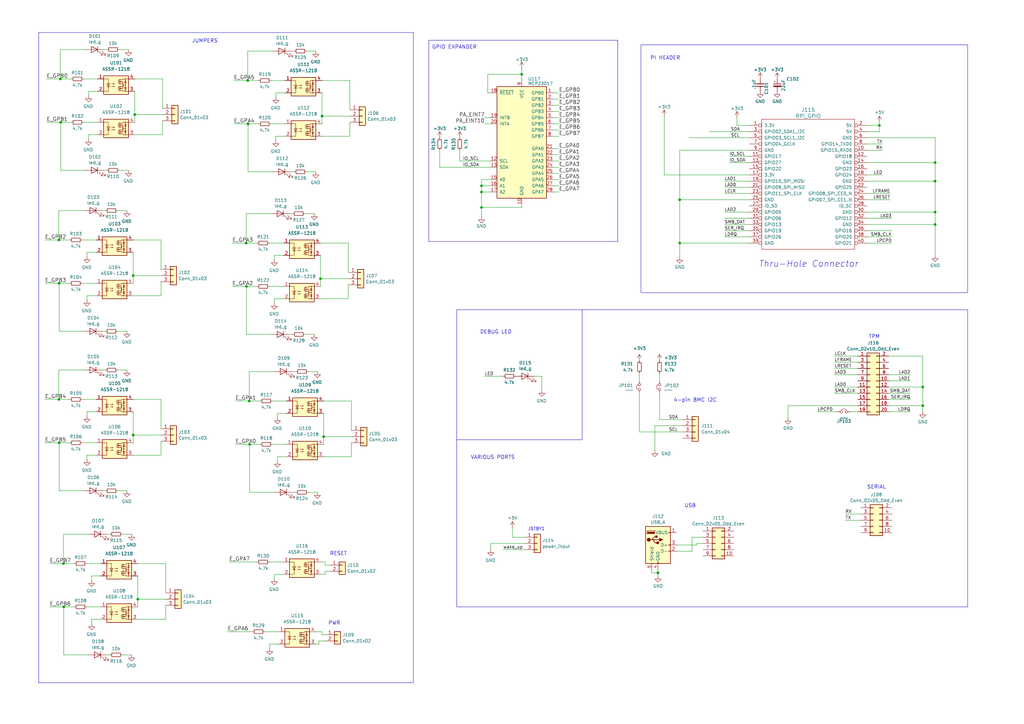
<source format=kicad_sch>
(kicad_sch (version 20230121) (generator eeschema)
  (paper "A3")
  (title_block (title "MoBoControl Board") (date "2024-03-30") (rev "Rev 1.0") (comment 1 "https://www.supermicro.com/manuals/motherboard/C236/MNL-1778.pdf"))
  (junction (at 213.995 30.48))
  (junction (at 269.875 234.95))
  (junction (at 132.715 179.07))
  (junction (at 101.727 50.8))
  (junction (at 24.765 32.385))
  (junction (at 360.68 51.435))
  (junction (at 101.6 33.02))
  (junction (at 383.54 86.995))
  (junction (at 24.13 98.425))
  (junction (at 378.46 166.37))
  (junction (at 55.245 46.99))
  (junction (at 278.765 99.695))
  (junction (at 378.46 158.75))
  (junction (at 24.13 163.83))
  (junction (at 102.235 164.465))
  (junction (at 24.257 181.61))
  (junction (at 24.257 116.205))
  (junction (at 278.765 81.915))
  (junction (at 383.54 66.675))
  (junction (at 102.362 182.245))
  (junction (at 26.162 248.92))
  (junction (at 197.485 85.09))
  (junction (at 54.61 113.03))
  (junction (at 100.965 99.695))
  (junction (at 197.485 76.2))
  (junction (at 383.54 92.075))
  (junction (at 56.515 245.745))
  (junction (at 24.892 50.165))
  (junction (at 197.485 78.74))
  (junction (at 54.61 178.435))
  (junction (at 132.08 47.625))
  (junction (at 26.035 231.14))
  (junction (at 383.54 74.295))
  (junction (at 101.092 117.475))
  (junction (at 131.445 114.3))
  (wire (pts (xy 297.18 74.295) (xy 307.34 74.295)))
  (wire (pts (xy 50.165 219.075) (xy 53.975 219.075)))
  (wire (pts (xy 197.485 85.09) (xy 197.485 88.9)))
  (wire (pts (xy 210.185 220.345) (xy 210.185 216.535)))
  (wire (pts (xy 112.522 235.585) (xy 116.205 235.585)))
  (wire (pts (xy 133.35 231.775) (xy 135.255 231.775)))
  (wire (pts (xy 201.295 225.425) (xy 201.295 222.885)))
  (wire (pts (xy 101.092 87.63) (xy 111.125 87.63)))
  (wire (pts (xy 110.49 99.695) (xy 116.205 99.695)))
  (wire (pts (xy 41.91 135.89) (xy 43.18 135.89)))
  (wire (pts (xy 355.6 74.295) (xy 383.54 74.295)))
  (wire (pts (xy 48.26 201.295) (xy 52.07 201.295)))
  (wire (pts (xy 126.365 152.4) (xy 130.175 152.4)))
  (wire (pts (xy 37.592 255.778) (xy 37.592 254)))
  (wire (pts (xy 307.34 51.435) (xy 302.26 51.435)))
  (wire (pts (xy 110.49 230.505) (xy 116.205 230.505)))
  (wire (pts (xy 355.6 53.975) (xy 360.68 53.975)))
  (wire (pts (xy 269.875 233.68) (xy 269.875 234.95)))
  (wire (pts (xy 383.54 86.995) (xy 383.54 92.075)))
  (wire (pts (xy 112.522 237.363) (xy 112.522 235.585)))
  (wire (pts (xy 355.6 81.915) (xy 365.125 81.915)))
  (wire (pts (xy 102.362 182.245) (xy 106.68 182.245)))
  (wire (pts (xy 360.68 51.435) (xy 360.68 50.165)))
  (wire (pts (xy 48.26 151.765) (xy 52.07 151.765)))
  (wire (pts (xy 307.34 61.595) (xy 278.765 61.595)))
  (wire (pts (xy 355.6 97.155) (xy 365.76 97.155)))
  (wire (pts (xy 54.61 113.03) (xy 54.61 116.205)))
  (wire (pts (xy 43.815 219.075) (xy 45.085 219.075)))
  (wire (pts (xy 297.18 94.615) (xy 307.34 94.615)))
  (wire (pts (xy 132.08 38.1) (xy 132.08 47.625)))
  (wire (pts (xy 24.257 181.61) (xy 24.257 201.295)))
  (wire (pts (xy 113.157 38.1) (xy 116.84 38.1)))
  (wire (pts (xy 290.83 53.975) (xy 307.34 53.975)))
  (wire (pts (xy 133.35 234.315) (xy 133.35 235.585)))
  (wire (pts (xy 54.61 178.435) (xy 66.04 178.435)))
  (wire (pts (xy 55.245 55.245) (xy 66.675 55.245)))
  (wire (pts (xy 19.05 32.385) (xy 24.765 32.385)))
  (wire (pts (xy 20.32 231.14) (xy 26.035 231.14)))
  (polyline (pts (xy 253.365 99.06) (xy 253.365 16.51)))
  (wire (pts (xy 35.687 123.063) (xy 35.687 121.285)))
  (wire (pts (xy 262.255 156.21) (xy 262.255 153.035)))
  (wire (pts (xy 262.255 177.165) (xy 280.035 177.165)))
  (wire (pts (xy 42.545 20.32) (xy 43.815 20.32)))
  (wire (pts (xy 95.885 50.8) (xy 101.727 50.8)))
  (wire (pts (xy 125.73 70.485) (xy 129.54 70.485)))
  (wire (pts (xy 24.13 98.425) (xy 28.575 98.425)))
  (wire (pts (xy 113.157 55.88) (xy 116.84 55.88)))
  (wire (pts (xy 364.49 153.67) (xy 373.38 153.67)))
  (wire (pts (xy 197.485 76.2) (xy 197.485 78.74)))
  (wire (pts (xy 26.162 268.605) (xy 36.195 268.605)))
  (wire (pts (xy 131.445 230.505) (xy 133.35 230.505)))
  (wire (pts (xy 36.322 57.023) (xy 36.322 55.245)))
  (wire (pts (xy 143.51 33.02) (xy 143.51 45.085)))
  (wire (pts (xy 24.892 50.165) (xy 24.892 69.85)))
  (wire (pts (xy 132.08 47.625) (xy 132.08 50.8)))
  (wire (pts (xy 54.61 113.03) (xy 66.04 113.03)))
  (wire (pts (xy 54.61 178.435) (xy 54.61 181.61)))
  (wire (pts (xy 19.05 50.165) (xy 24.892 50.165)))
  (wire (pts (xy 206.375 225.425) (xy 215.265 225.425)))
  (wire (pts (xy 101.092 137.16) (xy 111.125 137.16)))
  (wire (pts (xy 34.29 50.165) (xy 40.005 50.165)))
  (wire (pts (xy 48.895 20.32) (xy 52.705 20.32)))
  (wire (pts (xy 277.495 226.06) (xy 283.845 226.06)))
  (wire (pts (xy 133.35 260.35) (xy 132.08 260.35)))
  (wire (pts (xy 33.655 98.425) (xy 39.37 98.425)))
  (wire (pts (xy 112.522 106.553) (xy 112.522 104.775)))
  (wire (pts (xy 131.445 99.695) (xy 142.875 99.695)))
  (wire (pts (xy 307.34 99.695) (xy 278.765 99.695)))
  (wire (pts (xy 132.08 47.625) (xy 143.51 47.625)))
  (wire (pts (xy 37.592 236.22) (xy 41.275 236.22)))
  (wire (pts (xy 348.615 168.91) (xy 351.79 168.91)))
  (wire (pts (xy 198.755 154.305) (xy 206.375 154.305)))
  (wire (pts (xy 36.322 39.243) (xy 36.322 37.465)))
  (wire (pts (xy 142.875 122.555) (xy 142.875 116.84)))
  (wire (pts (xy 201.295 73.66) (xy 197.485 73.66)))
  (wire (pts (xy 24.257 181.61) (xy 28.575 181.61)))
  (wire (pts (xy 20.32 248.92) (xy 26.162 248.92)))
  (wire (pts (xy 364.49 158.75) (xy 378.46 158.75)))
  (wire (pts (xy 33.655 116.205) (xy 39.37 116.205)))
  (wire (pts (xy 18.415 163.83) (xy 24.13 163.83)))
  (wire (pts (xy 132.08 260.35) (xy 132.08 259.08)))
  (wire (pts (xy 120.015 152.4) (xy 121.285 152.4)))
  (wire (pts (xy 37.592 237.998) (xy 37.592 236.22)))
  (wire (pts (xy 55.245 46.99) (xy 66.675 46.99)))
  (wire (pts (xy 133.35 230.505) (xy 133.35 231.775)))
  (wire (pts (xy 35.687 103.505) (xy 39.37 103.505)))
  (wire (pts (xy 101.727 20.955) (xy 111.76 20.955)))
  (wire (pts (xy 131.445 104.775) (xy 131.445 114.3)))
  (wire (pts (xy 41.91 151.765) (xy 43.18 151.765)))
  (wire (pts (xy 355.6 89.535) (xy 365.76 89.535)))
  (wire (pts (xy 226.695 48.26) (xy 229.235 48.26)))
  (wire (pts (xy 299.085 64.135) (xy 307.34 64.135)))
  (wire (pts (xy 18.415 116.205) (xy 24.257 116.205)))
  (wire (pts (xy 18.415 98.425) (xy 24.13 98.425)))
  (wire (pts (xy 297.18 97.155) (xy 307.34 97.155)))
  (wire (pts (xy 342.265 161.29) (xy 351.79 161.29)))
  (wire (pts (xy 118.745 87.63) (xy 120.015 87.63)))
  (wire (pts (xy 213.995 85.09) (xy 213.995 83.82)))
  (wire (pts (xy 226.695 71.12) (xy 229.235 71.12)))
  (wire (pts (xy 48.895 69.85) (xy 52.705 69.85)))
  (wire (pts (xy 197.485 73.66) (xy 197.485 76.2)))
  (wire (pts (xy 270.51 172.085) (xy 280.035 172.085)))
  (wire (pts (xy 378.46 158.75) (xy 378.46 166.37)))
  (wire (pts (xy 364.49 163.83) (xy 373.38 163.83)))
  (wire (pts (xy 55.245 32.385) (xy 66.675 32.385)))
  (wire (pts (xy 297.18 76.835) (xy 307.34 76.835)))
  (wire (pts (xy 24.257 135.89) (xy 34.29 135.89)))
  (wire (pts (xy 18.415 181.61) (xy 24.257 181.61)))
  (wire (pts (xy 56.515 254) (xy 67.945 254)))
  (wire (pts (xy 342.265 158.75) (xy 351.79 158.75)))
  (wire (pts (xy 110.617 265.938) (xy 110.617 264.16)))
  (wire (pts (xy 198.755 48.26) (xy 201.295 48.26)))
  (wire (pts (xy 383.54 56.515) (xy 383.54 66.675)))
  (wire (pts (xy 197.485 78.74) (xy 201.295 78.74)))
  (wire (pts (xy 132.715 179.07) (xy 132.715 182.245)))
  (wire (pts (xy 226.695 50.8) (xy 229.235 50.8)))
  (wire (pts (xy 129.54 264.16) (xy 130.81 264.16)))
  (wire (pts (xy 110.49 117.475) (xy 116.205 117.475)))
  (wire (pts (xy 197.485 85.09) (xy 213.995 85.09)))
  (wire (pts (xy 383.54 74.295) (xy 383.54 86.995)))
  (wire (pts (xy 26.162 248.92) (xy 30.48 248.92)))
  (wire (pts (xy 229.235 78.74) (xy 226.695 78.74)))
  (wire (pts (xy 200.025 38.1) (xy 200.025 30.48)))
  (wire (pts (xy 142.875 99.695) (xy 142.875 111.76)))
  (wire (pts (xy 355.6 94.615) (xy 365.76 94.615)))
  (wire (pts (xy 24.13 86.36) (xy 24.13 98.425)))
  (wire (pts (xy 342.265 151.13) (xy 351.79 151.13)))
  (wire (pts (xy 101.727 70.485) (xy 111.76 70.485)))
  (polyline (pts (xy 187.325 180.34) (xy 238.76 180.34)))
  (wire (pts (xy 66.04 163.83) (xy 66.04 175.895)))
  (wire (pts (xy 132.08 55.88) (xy 143.51 55.88)))
  (wire (pts (xy 54.61 121.285) (xy 66.04 121.285)))
  (wire (pts (xy 125.095 137.16) (xy 128.905 137.16)))
  (wire (pts (xy 229.235 73.66) (xy 226.695 73.66)))
  (wire (pts (xy 111.125 50.8) (xy 116.84 50.8)))
  (wire (pts (xy 113.792 169.545) (xy 117.475 169.545)))
  (wire (pts (xy 26.162 248.92) (xy 26.162 268.605)))
  (wire (pts (xy 282.575 56.515) (xy 307.34 56.515)))
  (wire (pts (xy 36.322 37.465) (xy 40.005 37.465)))
  (wire (pts (xy 24.257 86.36) (xy 34.29 86.36)))
  (wire (pts (xy 355.6 79.375) (xy 365.125 79.375)))
  (wire (pts (xy 297.18 79.375) (xy 307.34 79.375)))
  (wire (pts (xy 24.13 151.765) (xy 24.13 163.83)))
  (wire (pts (xy 112.522 104.775) (xy 116.205 104.775)))
  (wire (pts (xy 95.25 117.475) (xy 101.092 117.475)))
  (wire (pts (xy 102.362 201.93) (xy 112.395 201.93)))
  (wire (pts (xy 226.695 43.18) (xy 229.235 43.18)))
  (wire (pts (xy 66.675 55.245) (xy 66.675 49.53)))
  (wire (pts (xy 50.165 268.605) (xy 53.975 268.605)))
  (wire (pts (xy 130.81 264.16) (xy 130.81 262.89)))
  (wire (pts (xy 35.56 248.92) (xy 41.275 248.92)))
  (wire (pts (xy 37.592 254) (xy 41.275 254)))
  (wire (pts (xy 24.13 163.83) (xy 28.575 163.83)))
  (wire (pts (xy 355.6 99.695) (xy 365.76 99.695)))
  (wire (pts (xy 272.415 71.755) (xy 272.415 47.625)))
  (wire (pts (xy 226.695 53.34) (xy 229.235 53.34)))
  (wire (pts (xy 112.522 122.555) (xy 116.205 122.555)))
  (wire (pts (xy 56.515 236.22) (xy 56.515 245.745)))
  (wire (pts (xy 222.25 154.305) (xy 219.075 154.305)))
  (wire (pts (xy 226.695 55.88) (xy 229.235 55.88)))
  (wire (pts (xy 342.265 148.59) (xy 351.79 148.59)))
  (wire (pts (xy 201.295 76.2) (xy 197.485 76.2)))
  (wire (pts (xy 355.6 56.515) (xy 383.54 56.515)))
  (wire (pts (xy 188.595 66.04) (xy 201.295 66.04)))
  (wire (pts (xy 102.235 164.465) (xy 106.68 164.465)))
  (wire (pts (xy 144.145 187.325) (xy 144.145 181.61)))
  (wire (pts (xy 131.445 114.3) (xy 131.445 117.475)))
  (wire (pts (xy 26.035 231.14) (xy 30.48 231.14)))
  (wire (pts (xy 33.655 181.61) (xy 39.37 181.61)))
  (wire (pts (xy 132.715 169.545) (xy 132.715 179.07)))
  (wire (pts (xy 200.025 30.48) (xy 213.995 30.48)))
  (wire (pts (xy 33.655 163.83) (xy 39.37 163.83)))
  (wire (pts (xy 132.715 164.465) (xy 144.145 164.465)))
  (wire (pts (xy 297.18 92.075) (xy 307.34 92.075)))
  (wire (pts (xy 43.815 268.605) (xy 45.085 268.605)))
  (wire (pts (xy 41.91 86.36) (xy 43.18 86.36)))
  (wire (pts (xy 113.792 189.103) (xy 113.792 187.325)))
  (wire (pts (xy 101.727 50.8) (xy 101.727 70.485)))
  (wire (pts (xy 277.495 223.52) (xy 285.75 223.52)))
  (wire (pts (xy 270.51 153.035) (xy 270.51 156.21)))
  (wire (pts (xy 262.255 161.29) (xy 262.255 177.165)))
  (wire (pts (xy 42.545 69.85) (xy 43.815 69.85)))
  (wire (pts (xy 113.157 39.878) (xy 113.157 38.1)))
  (wire (pts (xy 213.995 27.94) (xy 213.995 30.48)))
  (wire (pts (xy 267.335 234.95) (xy 269.875 234.95)))
  (wire (pts (xy 48.26 86.36) (xy 52.07 86.36)))
  (wire (pts (xy 66.675 32.385) (xy 66.675 44.45)))
  (wire (pts (xy 26.035 219.075) (xy 26.035 231.14)))
  (wire (pts (xy 198.755 50.8) (xy 201.295 50.8)))
  (wire (pts (xy 96.52 182.245) (xy 102.362 182.245)))
  (polyline (pts (xy 253.365 16.51) (xy 175.895 16.51)))
  (wire (pts (xy 342.265 153.67) (xy 351.79 153.67)))
  (wire (pts (xy 67.945 254) (xy 67.945 248.285)))
  (wire (pts (xy 270.51 161.29) (xy 270.51 172.085)))
  (wire (pts (xy 144.145 164.465) (xy 144.145 176.53)))
  (wire (pts (xy 297.18 86.995) (xy 307.34 86.995)))
  (wire (pts (xy 364.49 168.91) (xy 373.38 168.91)))
  (wire (pts (xy 34.29 32.385) (xy 40.005 32.385)))
  (wire (pts (xy 268.605 174.625) (xy 268.605 184.785)))
  (wire (pts (xy 35.687 188.468) (xy 35.687 186.69)))
  (wire (pts (xy 201.295 222.885) (xy 215.265 222.885)))
  (wire (pts (xy 197.485 78.74) (xy 197.485 85.09)))
  (wire (pts (xy 135.255 234.315) (xy 133.35 234.315)))
  (wire (pts (xy 24.765 32.385) (xy 29.21 32.385)))
  (wire (pts (xy 226.695 45.72) (xy 229.235 45.72)))
  (wire (pts (xy 355.6 86.995) (xy 383.54 86.995)))
  (wire (pts (xy 297.18 89.535) (xy 307.34 89.535)))
  (wire (pts (xy 346.71 213.36) (xy 353.06 213.36)))
  (wire (pts (xy 342.265 146.05) (xy 351.79 146.05)))
  (wire (pts (xy 111.76 164.465) (xy 117.475 164.465)))
  (wire (pts (xy 41.91 201.295) (xy 43.18 201.295)))
  (wire (pts (xy 101.727 50.8) (xy 106.045 50.8)))
  (wire (pts (xy 132.08 33.02) (xy 143.51 33.02)))
  (wire (pts (xy 55.245 37.465) (xy 55.245 46.99)))
  (wire (pts (xy 125.73 20.955) (xy 129.54 20.955)))
  (wire (pts (xy 56.515 245.745) (xy 56.515 248.92)))
  (wire (pts (xy 307.34 81.915) (xy 278.765 81.915)))
  (wire (pts (xy 126.365 201.93) (xy 130.175 201.93)))
  (wire (pts (xy 26.162 219.075) (xy 36.195 219.075)))
  (wire (pts (xy 267.335 233.68) (xy 267.335 234.95)))
  (wire (pts (xy 125.095 87.63) (xy 128.905 87.63)))
  (wire (pts (xy 143.51 55.88) (xy 143.51 50.165)))
  (wire (pts (xy 364.49 156.21) (xy 373.38 156.21)))
  (wire (pts (xy 111.76 182.245) (xy 117.475 182.245)))
  (wire (pts (xy 101.092 117.475) (xy 101.092 137.16)))
  (wire (pts (xy 95.25 99.695) (xy 100.965 99.695)))
  (wire (pts (xy 360.68 53.975) (xy 360.68 51.435)))
  (wire (pts (xy 111.125 33.02) (xy 116.84 33.02)))
  (wire (pts (xy 226.695 60.96) (xy 229.235 60.96)))
  (wire (pts (xy 355.6 61.595) (xy 361.95 61.595)))
  (wire (pts (xy 118.745 137.16) (xy 120.015 137.16)))
  (wire (pts (xy 35.687 186.69) (xy 39.37 186.69)))
  (wire (pts (xy 180.34 61.595) (xy 180.34 68.58)))
  (wire (pts (xy 131.445 122.555) (xy 142.875 122.555)))
  (wire (pts (xy 364.49 146.05) (xy 378.46 146.05)))
  (wire (pts (xy 222.25 160.02) (xy 222.25 154.305)))
  (wire (pts (xy 100.965 99.695) (xy 105.41 99.695)))
  (wire (pts (xy 113.792 187.325) (xy 117.475 187.325)))
  (wire (pts (xy 213.995 30.48) (xy 213.995 33.02)))
  (wire (pts (xy 383.54 66.675) (xy 383.54 74.295)))
  (wire (pts (xy 66.04 121.285) (xy 66.04 115.57)))
  (wire (pts (xy 36.322 55.245) (xy 40.005 55.245)))
  (wire (pts (xy 35.687 121.285) (xy 39.37 121.285)))
  (wire (pts (xy 364.49 161.29) (xy 373.38 161.29)))
  (wire (pts (xy 180.34 68.58) (xy 201.295 68.58)))
  (wire (pts (xy 283.845 220.345) (xy 288.29 220.345)))
  (wire (pts (xy 355.6 66.675) (xy 383.54 66.675)))
  (wire (pts (xy 133.35 235.585) (xy 131.445 235.585)))
  (wire (pts (xy 285.75 222.885) (xy 288.29 222.885)))
  (wire (pts (xy 200.025 38.1) (xy 201.295 38.1)))
  (wire (pts (xy 120.015 201.93) (xy 121.285 201.93)))
  (wire (pts (xy 101.6 20.955) (xy 101.6 33.02)))
  (wire (pts (xy 188.595 61.595) (xy 188.595 66.04)))
  (wire (pts (xy 102.362 182.245) (xy 102.362 201.93)))
  (wire (pts (xy 95.885 33.02) (xy 101.6 33.02)))
  (wire (pts (xy 378.46 166.37) (xy 378.46 168.91)))
  (wire (pts (xy 383.54 92.075) (xy 383.54 104.775)))
  (wire (pts (xy 364.49 166.37) (xy 378.46 166.37)))
  (wire (pts (xy 96.52 164.465) (xy 102.235 164.465)))
  (wire (pts (xy 278.765 81.915) (xy 278.765 99.695)))
  (wire (pts (xy 55.245 46.99) (xy 55.245 50.165)))
  (wire (pts (xy 130.81 262.89) (xy 133.35 262.89)))
  (wire (pts (xy 335.28 168.91) (xy 343.535 168.91)))
  (wire (pts (xy 35.687 105.283) (xy 35.687 103.505)))
  (wire (pts (xy 100.965 87.63) (xy 100.965 99.695)))
  (wire (pts (xy 54.61 98.425) (xy 66.04 98.425)))
  (wire (pts (xy 323.215 166.37) (xy 351.79 166.37)))
  (wire (pts (xy 56.515 231.14) (xy 67.945 231.14)))
  (wire (pts (xy 278.765 99.695) (xy 278.765 105.41)))
  (wire (pts (xy 93.98 230.505) (xy 105.41 230.505)))
  (wire (pts (xy 299.085 66.675) (xy 307.34 66.675)))
  (wire (pts (xy 132.08 259.08) (xy 129.54 259.08)))
  (wire (pts (xy 226.695 40.64) (xy 229.235 40.64)))
  (wire (pts (xy 67.945 231.14) (xy 67.945 243.205)))
  (wire (pts (xy 54.61 103.505) (xy 54.61 113.03)))
  (wire (pts (xy 113.792 171.323) (xy 113.792 169.545)))
  (wire (pts (xy 346.71 210.82) (xy 353.06 210.82)))
  (wire (pts (xy 132.715 187.325) (xy 144.145 187.325)))
  (wire (pts (xy 101.6 33.02) (xy 106.045 33.02)))
  (wire (pts (xy 56.515 245.745) (xy 67.945 245.745)))
  (wire (pts (xy 307.34 71.755) (xy 272.415 71.755)))
  (wire (pts (xy 102.235 152.4) (xy 102.235 164.465)))
  (polyline (pts (xy 175.895 99.06) (xy 253.365 99.06)))
  (wire (pts (xy 283.845 226.06) (xy 283.845 220.345)))
  (wire (pts (xy 24.257 151.765) (xy 34.29 151.765)))
  (wire (pts (xy 54.61 186.69) (xy 66.04 186.69)))
  (wire (pts (xy 35.687 170.688) (xy 35.687 168.91)))
  (wire (pts (xy 66.04 186.69) (xy 66.04 180.975)))
  (polyline (pts (xy 238.76 127) (xy 238.76 180.34)))
  (wire (pts (xy 54.61 168.91) (xy 54.61 178.435)))
  (wire (pts (xy 24.257 201.295) (xy 34.29 201.295)))
  (wire (pts (xy 229.235 68.58) (xy 226.695 68.58)))
  (wire (pts (xy 119.38 20.955) (xy 120.65 20.955)))
  (wire (pts (xy 24.257 116.205) (xy 24.257 135.89)))
  (wire (pts (xy 24.892 69.85) (xy 34.925 69.85)))
  (wire (pts (xy 355.6 59.055) (xy 361.95 59.055)))
  (wire (pts (xy 24.892 50.165) (xy 29.21 50.165)))
  (wire (pts (xy 226.695 66.04) (xy 229.235 66.04)))
  (wire (pts (xy 66.04 98.425) (xy 66.04 110.49)))
  (wire (pts (xy 48.26 135.89) (xy 52.07 135.89)))
  (wire (pts (xy 101.092 117.475) (xy 105.41 117.475)))
  (wire (pts (xy 226.695 76.2) (xy 229.235 76.2)))
  (wire (pts (xy 323.215 166.37) (xy 323.215 171.45)))
  (wire (pts (xy 355.6 51.435) (xy 360.68 51.435)))
  (wire (pts (xy 131.445 114.3) (xy 142.875 114.3)))
  (wire (pts (xy 110.617 264.16) (xy 114.3 264.16)))
  (wire (pts (xy 24.257 116.205) (xy 28.575 116.205)))
  (wire (pts (xy 113.157 57.658) (xy 113.157 55.88)))
  (wire (pts (xy 355.6 92.075) (xy 383.54 92.075)))
  (wire (pts (xy 132.715 179.07) (xy 144.145 179.07)))
  (wire (pts (xy 355.6 71.755) (xy 361.95 71.755)))
  (wire (pts (xy 35.687 168.91) (xy 39.37 168.91)))
  (wire (pts (xy 378.46 146.05) (xy 378.46 158.75)))
  (wire (pts (xy 215.265 220.345) (xy 210.185 220.345)))
  (wire (pts (xy 93.345 259.08) (xy 103.505 259.08)))
  (wire (pts (xy 119.38 70.485) (xy 120.65 70.485)))
  (wire (pts (xy 54.61 163.83) (xy 66.04 163.83)))
  (wire (pts (xy 280.035 174.625) (xy 268.605 174.625)))
  (wire (pts (xy 226.695 38.1) (xy 229.235 38.1)))
  (polyline (pts (xy 175.895 16.51) (xy 175.895 99.06)))
  (wire (pts (xy 302.26 51.435) (xy 302.26 48.26)))
  (wire (pts (xy 112.522 124.333) (xy 112.522 122.555)))
  (wire (pts (xy 35.56 231.14) (xy 41.275 231.14)))
  (wire (pts (xy 24.765 20.32) (xy 24.765 32.385)))
  (wire (pts (xy 285.75 223.52) (xy 285.75 222.885)))
  (wire (pts (xy 102.362 152.4) (xy 112.395 152.4)))
  (wire (pts (xy 278.765 61.595) (xy 278.765 81.915)))
  (wire (pts (xy 229.235 63.5) (xy 226.695 63.5)))
  (wire (pts (xy 108.585 259.08) (xy 114.3 259.08)))
  (wire (pts (xy 269.875 234.95) (xy 269.875 236.22)))
  (wire (pts (xy 24.892 20.32) (xy 34.925 20.32)))
  (rectangle (start 15.875 13.335) (end 169.545 280.035))
  (rectangle (start 187.325 127) (end 396.875 248.92))
  (rectangle (start 262.89 18.415) (end 396.875 120.015))
  (text "RESET\n\n" (at 135.255 230.505 0) (effects (font (size 1.524 1.524)) (justify left bottom)))
  (text "JSTBY1" (at 216.535 217.805 0) (effects (font (size 1.27 1.27)) (justify left bottom)))
  (text "PI HEADER\n" (at 266.7 24.765 0) (effects (font (size 1.524 1.524)) (justify left bottom)))
  (text "SERIAL\n\n" (at 355.6 203.2 0) (effects (font (size 1.524 1.524)) (justify left bottom)))
  (text "4-pin BMC I2C" (at 276.225 165.1 0) (effects (font (size 1.524 1.524)) (justify left bottom)))
  (text "TPM" (at 356.235 139.065 0) (effects (font (size 1.524 1.524)) (justify left bottom)))
  (text "Thru-Hole Connector" (at 311.15 109.855 0) (effects (font (size 2.54 2.54) italic) (justify left bottom)))
  (text "VARIOUS PORTS" (at 193.04 188.595 0) (effects (font (size 1.524 1.524)) (justify left bottom)))
  (text "DEBUG LED" (at 196.85 137.16 0) (effects (font (size 1.524 1.524)) (justify left bottom)))
  (text "JUMPERS\n" (at 78.74 17.78 0) (effects (font (size 1.524 1.524)) (justify left bottom)))
  (text "USB\n\n" (at 280.67 210.82 0) (effects (font (size 1.524 1.524)) (justify left bottom)))
  (text "PWR\n" (at 134.62 256.54 0) (effects (font (size 1.524 1.524)) (justify left bottom)))
  (text "GPIO EXPANDER" (at 177.165 20.32 0) (effects (font (size 1.524 1.524)) (justify left bottom)))
  (label "PA_EINT10" (at 198.755 50.8 180) (effects (font (size 1.524 1.524))))
  (label "E_GPB3" (at 229.235 45.72 0) (effects (font (size 1.524 1.524))))
  (label "LAD1" (at 297.18 74.295 0))
  (label "LED" (at 198.755 154.305 0))
  (label "RX" (at 346.71 210.82 0))
  (label "E_GPA2" (at 95.25 117.475 0) (effects (font (size 1.524 1.524))))
  (label "E_GPA4" (at 95.885 50.8 0) (effects (font (size 1.524 1.524))))
  (label "SDA" (at 299.72 53.975 0))
  (label "E_GPB6" (at 229.235 53.34 0) (effects (font (size 1.524 1.524))))
  (label "PA_EINT7" (at 198.755 48.26 180) (effects (font (size 1.524 1.524))))
  (label "E_GPB4" (at 18.415 163.83 0) (effects (font (size 1.524 1.524))))
  (label "E_GPB1" (at 229.235 40.64 0) (effects (font (size 1.524 1.524))))
  (label "E_GPB0" (at 229.235 38.1 0) (effects (font (size 1.524 1.524))))
  (label "E_GPA7" (at 229.235 78.74 0) (effects (font (size 1.524 1.524))))
  (label "LFRAME" (at 365.125 79.375 180))
  (label "LED" (at 361.95 71.755 180))
  (label "E_GPB5" (at 229.235 50.8 0) (effects (font (size 1.524 1.524))))
  (label "E_GPA3" (at 229.235 68.58 0) (effects (font (size 1.524 1.524))))
  (label "SER_IRQ" (at 373.38 163.83 180))
  (label "IO_SDA" (at 189.865 68.58 0))
  (label "E_GPA6" (at 229.235 76.2 0) (effects (font (size 1.524 1.524))))
  (label "E_GPB2" (at 18.415 98.425 0) (effects (font (size 1.524 1.524))))
  (label "SCL" (at 274.32 177.165 0))
  (label "LPCPD" (at 365.76 99.695 180))
  (label "IO_SDA" (at 299.085 66.675 0))
  (label "LDRQ" (at 297.18 97.155 0))
  (label "E_GPA2" (at 229.235 66.04 0) (effects (font (size 1.524 1.524))))
  (label "SCL" (at 299.72 56.515 0))
  (label "RX" (at 361.95 61.595 180))
  (label "SMB_DAT" (at 297.18 92.075 0))
  (label "SMB_CLK" (at 365.76 97.155 180))
  (label "LAD1" (at 373.38 156.21 180))
  (label "E_GPA0" (at 229.235 60.96 0) (effects (font (size 1.524 1.524))))
  (label "LPCPD" (at 335.28 168.91 0))
  (label "E_GPA0" (at 96.52 182.245 0) (effects (font (size 1.524 1.524))))
  (label "E_GPA3" (at 95.25 99.695 0) (effects (font (size 1.524 1.524))))
  (label "E_GPB4" (at 229.235 48.26 0) (effects (font (size 1.524 1.524))))
  (label "SMB_CLK" (at 342.265 161.29 0))
  (label "E_GPB6" (at 20.32 248.92 0) (effects (font (size 1.524 1.524))))
  (label "E_GPB5" (at 18.415 181.61 0) (effects (font (size 1.524 1.524))))
  (label "E_GPA5" (at 95.885 33.02 0) (effects (font (size 1.524 1.524))))
  (label "LAD0" (at 297.18 76.835 0))
  (label "TX" (at 361.95 59.055 180))
  (label "E_GPA7" (at 93.98 230.505 0) (effects (font (size 1.524 1.524))))
  (label "E_GPA5" (at 229.235 73.66 0) (effects (font (size 1.524 1.524))))
  (label "E_GPA6" (at 93.345 259.08 0) (effects (font (size 1.524 1.524))))
  (label "LAD2" (at 297.18 86.995 0))
  (label "SMB_DAT" (at 373.38 161.29 180))
  (label "E_GPB7" (at 229.235 55.88 0) (effects (font (size 1.524 1.524))))
  (label "LRESET" (at 365.125 81.915 180))
  (label "wake_up" (at 206.375 225.425 0))
  (label "E_GPB7" (at 20.32 231.14 0) (effects (font (size 1.524 1.524))))
  (label "LCLK" (at 297.18 79.375 0))
  (label "LCLK" (at 342.265 146.05 0))
  (label "E_GPB0" (at 19.05 32.385 0) (effects (font (size 1.524 1.524))))
  (label "E_GPB3" (at 18.415 116.205 0) (effects (font (size 1.524 1.524))))
  (label "E_GPA1" (at 96.52 164.465 0) (effects (font (size 1.524 1.524))))
  (label "IO_SCL" (at 189.865 66.04 0))
  (label "IO_SCL" (at 299.085 64.135 0))
  (label "SER_IRQ" (at 297.18 94.615 0))
  (label "LAD0" (at 342.265 158.75 0))
  (label "E_GPB1" (at 19.05 50.165 0) (effects (font (size 1.524 1.524))))
  (label "LAD3" (at 365.76 89.535 180))
  (label "LFRAME" (at 342.265 148.59 0))
  (label "E_GPB2" (at 229.235 43.18 0) (effects (font (size 1.524 1.524))))
  (label "LAD2" (at 373.38 153.67 180))
  (label "SDA" (at 274.32 172.085 0))
  (label "TX" (at 346.71 213.36 0))
  (label "LDRQ" (at 373.38 168.91 180))
  (label "LRESET" (at 342.265 151.13 0))
  (label "E_GPA4" (at 229.235 71.12 0) (effects (font (size 1.524 1.524))))
  (label "E_GPA1" (at 229.235 63.5 0) (effects (font (size 1.524 1.524))))
  (label "LAD3" (at 342.265 153.67 0))
  (symbol (lib_id "RPi_Zero_pHat_Template-rescue:RPi_GPIO-Connector-ML") (at 312.42 51.435 0) (unit 1)
    (property "Reference" "J115" (at 331.47 45.085 0) (effects (font (size 1.524 1.524))))
    (property "Value" "RPi_GPIO" (at 331.47 47.625 0) (effects (font (size 1.524 1.524))))
    (property "Footprint" "Connector_PinHeader_2.54mm:PinHeader_2x20_P2.54mm_Vertical" (effects hide))
  )
  (symbol (lib_id "power:GND") (at 52.07 86.36 0) (mirror y) (unit 1)
    (property "Reference" "#PWR0111" (effects hide))
    (property "Value" "GND" (at 51.943 90.7542 0))
  )
  (symbol (lib_id "Relay_SolidState:ASSR-1218") (at 47.625 52.705 0) (unit 1)
    (property "Reference" "U102" (at 47.625 43.561 0))
    (property "Value" "ASSR-1218" (at 47.625 46.101 0))
    (property "Footprint" "Package_SO:SO-4_4.4x4.3mm_P2.54mm" (effects hide))
    (property "Datasheet" "https://docs.broadcom.com/docs/AV02-0173EN" (effects hide))
  )
  (symbol (lib_id "Connector_Generic:Conn_01x03") (at 147.955 114.3 0) (unit 1)
    (property "Reference" "J107" (at 149.987 113.0879 0) (effects (justify left)))
    (property "Value" "Conn_01x03" (at 149.987 115.5121 0) (effects (justify left)))
    (property "Footprint" "Connector_PinHeader_2.54mm:PinHeader_1x03_P2.54mm_Vertical" (effects hide))
  )
  (symbol (lib_id "Connector_Generic:Conn_01x04") (at 285.115 174.625 0) (unit 1)
    (property "Reference" "J111" (at 287.655 174.625 0) (effects (justify left)))
    (property "Value" "Conn_01x04" (at 287.655 177.165 0) (effects (justify left)))
    (property "Footprint" "Connector_PinHeader_2.54mm:PinHeader_1x04_P2.54mm_Vertical" (effects hide))
  )
  (symbol (lib_id "power:+5V") (at 210.185 216.535 0) (unit 1)
    (property "Reference" "#PWR0143" (effects hide))
    (property "Value" "+5V" (at 210.185 212.4019 0))
  )
  (symbol (lib_id "Device:LED") (at 114.935 137.16 0) (mirror y) (unit 1)
    (property "Reference" "D114" (at 115.1128 131.6736 0))
    (property "Value" "led_g" (at 115.1128 133.985 0))
    (property "Footprint" "LED_SMD:LED_0603_1608Metric" (effects hide))
  )
  (symbol (lib_id "Connector_Generic:Conn_01x03") (at 71.12 113.03 0) (unit 1)
    (property "Reference" "J102" (at 73.152 111.8179 0) (effects (justify left)))
    (property "Value" "Conn_01x03" (at 73.152 114.2421 0) (effects (justify left)))
    (property "Footprint" "Connector_PinHeader_2.54mm:PinHeader_1x03_P2.54mm_Vertical" (effects hide))
  )
  (symbol (lib_id "power:GND") (at 35.687 105.283 0) (mirror y) (unit 1)
    (property "Reference" "#PWR0103" (effects hide))
    (property "Value" "GND" (at 35.56 109.6772 0))
  )
  (symbol (lib_id "Device:R_Small") (at 122.555 137.16 270) (mirror x) (unit 1)
    (property "Reference" "R128" (at 122.555 139.7 90))
    (property "Value" "10k" (at 122.555 134.62 90))
    (property "Footprint" "Resistor_SMD:R_0603_1608Metric" (effects hide))
  )
  (symbol (lib_id "Device:LED") (at 116.205 152.4 0) (mirror y) (unit 1)
    (property "Reference" "D109" (at 116.3828 146.9136 0))
    (property "Value" "led_g" (at 116.3828 149.225 0))
    (property "Footprint" "LED_SMD:LED_0603_1608Metric" (effects hide))
  )
  (symbol (lib_id "power:GND") (at 52.705 20.32 0) (mirror y) (unit 1)
    (property "Reference" "#PWR0109" (effects hide))
    (property "Value" "GND" (at 52.578 24.7142 0))
  )
  (symbol (lib_id "Device:R_Small") (at 107.95 99.695 270) (unit 1)
    (property "Reference" "R121" (at 107.95 97.155 90))
    (property "Value" "4.7k" (at 107.95 102.235 90))
    (property "Footprint" "Resistor_SMD:R_0603_1608Metric" (effects hide))
  )
  (symbol (lib_id "Device:R_Small") (at 31.75 50.165 270) (unit 1)
    (property "Reference" "R102" (at 31.75 47.625 90))
    (property "Value" "4.7k" (at 31.75 52.705 90))
    (property "Footprint" "Resistor_SMD:R_0603_1608Metric" (effects hide))
  )
  (symbol (lib_id "Device:R_Small") (at 45.72 151.765 270) (mirror x) (unit 1)
    (property "Reference" "R113" (at 45.72 154.305 90))
    (property "Value" "10k" (at 45.72 149.225 90))
    (property "Footprint" "Resistor_SMD:R_0603_1608Metric" (effects hide))
  )
  (symbol (lib_id "power:GND") (at 112.522 237.363 0) (mirror y) (unit 1)
    (property "Reference" "#PWR0130" (effects hide))
    (property "Value" "GND" (at 112.395 241.7572 0))
  )
  (symbol (lib_id "Device:R_Small") (at 108.585 33.02 270) (unit 1)
    (property "Reference" "R119" (at 108.585 30.48 90))
    (property "Value" "4.7k" (at 108.585 35.56 90))
    (property "Footprint" "Resistor_SMD:R_0603_1608Metric" (effects hide))
  )
  (symbol (lib_id "power:GND") (at 35.687 170.688 0) (mirror y) (unit 1)
    (property "Reference" "#PWR0105" (effects hide))
    (property "Value" "GND" (at 35.56 175.0822 0))
  )
  (symbol (lib_id "Device:R_Small") (at 270.51 150.495 0) (unit 1)
    (property "Reference" "R133" (at 272.415 149.225 0) (effects (justify left)))
    (property "Value" "4.7k" (at 272.415 151.765 0) (effects (justify left)))
    (property "Footprint" "Resistor_SMD:R_0603_1608Metric" (effects hide))
  )
  (symbol (lib_id "Device:R_Small") (at 31.115 98.425 270) (unit 1)
    (property "Reference" "R103" (at 31.115 95.885 90))
    (property "Value" "4.7k" (at 31.115 100.965 90))
    (property "Footprint" "Resistor_SMD:R_0603_1608Metric" (effects hide))
  )
  (symbol (lib_id "power:GND") (at 128.905 87.63 0) (mirror y) (unit 1)
    (property "Reference" "#PWR0127" (effects hide))
    (property "Value" "GND" (at 128.778 92.0242 0))
  )
  (symbol (lib_id "power:GND") (at 35.687 188.468 0) (mirror y) (unit 1)
    (property "Reference" "#PWR0106" (effects hide))
    (property "Value" "GND" (at 35.56 192.8622 0))
  )
  (symbol (lib_id "Connector_Generic:Conn_01x02") (at 138.43 260.35 0) (unit 1)
    (property "Reference" "J109" (at 140.462 260.4079 0) (effects (justify left)))
    (property "Value" "Conn_01x02" (at 140.462 262.8321 0) (effects (justify left)))
    (property "Footprint" "Connector_PinHeader_2.54mm:PinHeader_1x02_P2.54mm_Vertical" (effects hide))
  )
  (symbol (lib_id "Device:LED") (at 115.57 20.955 0) (mirror y) (unit 1)
    (property "Reference" "D111" (at 115.7478 15.4686 0))
    (property "Value" "led_g" (at 115.7478 17.78 0))
    (property "Footprint" "LED_SMD:LED_0603_1608Metric" (effects hide))
  )
  (symbol (lib_id "Connector_Generic:Conn_01x03") (at 71.755 46.99 0) (unit 1)
    (property "Reference" "J101" (at 73.787 45.7779 0) (effects (justify left)))
    (property "Value" "Conn_01x03" (at 73.787 48.2021 0) (effects (justify left)))
    (property "Footprint" "Connector_PinHeader_2.54mm:PinHeader_1x03_P2.54mm_Vertical" (effects hide))
  )
  (symbol (lib_id "Device:R_Small") (at 31.115 116.205 270) (unit 1)
    (property "Reference" "R104" (at 31.115 113.665 90))
    (property "Value" "4.7k" (at 31.115 118.745 90))
    (property "Footprint" "Resistor_SMD:R_0603_1608Metric" (effects hide))
  )
  (symbol (lib_id "Connector_Generic:Conn_02x05_Odd_Even") (at 293.37 222.885 0) (unit 1)
    (property "Reference" "J113" (at 294.64 212.3907 0))
    (property "Value" "Conn_02x05_Odd_Even" (at 294.64 214.8149 0))
    (property "Footprint" "Connector_PinHeader_2.54mm:PinHeader_2x05_P2.54mm_Vertical" (effects hide))
  )
  (symbol (lib_id "Device:C_Small") (at 311.785 34.925 180) (unit 1)
    (property "Reference" "C101" (at 314.325 33.655 90) (effects (justify left)))
    (property "Value" ".1uF" (at 309.245 32.385 90) (effects (justify left)))
    (property "Footprint" "Capacitor_SMD:C_0603_1608Metric" (effects hide))
  )
  (symbol (lib_id "power:GND") (at 311.785 37.465 0) (unit 1)
    (property "Reference" "#PWR0146" (effects hide))
    (property "Value" "GND" (at 311.785 41.5981 0))
  )
  (symbol (lib_id "Device:R_Small") (at 109.22 164.465 270) (unit 1)
    (property "Reference" "R117" (at 109.22 161.925 90))
    (property "Value" "4.7k" (at 109.22 167.005 90))
    (property "Footprint" "Resistor_SMD:R_0603_1608Metric" (effects hide))
  )
  (symbol (lib_id "power:GND") (at 130.175 152.4 0) (mirror y) (unit 1)
    (property "Reference" "#PWR0123" (effects hide))
    (property "Value" "GND" (at 130.048 156.7942 0))
  )
  (symbol (lib_id "power:GND") (at 318.77 37.465 0) (unit 1)
    (property "Reference" "#PWR0148" (effects hide))
    (property "Value" "GND" (at 318.77 41.5981 0))
  )
  (symbol (lib_id "power:GND") (at 278.765 105.41 0) (unit 1)
    (property "Reference" "#PWR0141" (effects hide))
    (property "Value" "GND" (at 278.765 109.5431 0))
  )
  (symbol (lib_id "power:GND") (at 378.46 168.91 0) (unit 1)
    (property "Reference" "#PWR0149" (effects hide))
    (property "Value" "GND" (at 378.46 173.0431 0))
  )
  (symbol (lib_id "power:GND") (at 201.295 225.425 0) (mirror y) (unit 1)
    (property "Reference" "#PWR0152" (effects hide))
    (property "Value" "GND" (at 201.168 229.8192 0))
  )
  (symbol (lib_id "Device:R_Small") (at 33.02 231.14 270) (unit 1)
    (property "Reference" "R107" (at 33.02 228.6 90))
    (property "Value" "4.7k" (at 33.02 233.68 90))
    (property "Footprint" "Resistor_SMD:R_0603_1608Metric" (effects hide))
  )
  (symbol (lib_id "power:GND") (at 52.07 151.765 0) (mirror y) (unit 1)
    (property "Reference" "#PWR0113" (effects hide))
    (property "Value" "GND" (at 51.943 156.1592 0))
  )
  (symbol (lib_id "Device:R_Small") (at 47.625 268.605 270) (mirror x) (unit 1)
    (property "Reference" "R116" (at 47.625 271.145 90))
    (property "Value" "10k" (at 47.625 266.065 90))
    (property "Footprint" "Resistor_SMD:R_0603_1608Metric" (effects hide))
  )
  (symbol (lib_id "power:+3.3V") (at 270.51 147.955 0) (unit 1)
    (property "Reference" "#PWR0133" (effects hide))
    (property "Value" "+3.3V" (at 272.415 146.685 0) (effects (justify left)))
  )
  (symbol (lib_id "power:GND") (at 52.07 201.295 0) (mirror y) (unit 1)
    (property "Reference" "#PWR0114" (effects hide))
    (property "Value" "GND" (at 51.943 205.6892 0))
  )
  (symbol (lib_id "power:GND") (at 129.54 70.485 0) (mirror y) (unit 1)
    (property "Reference" "#PWR0126" (effects hide))
    (property "Value" "GND" (at 129.413 74.8792 0))
  )
  (symbol (lib_id "Relay_SolidState:ASSR-1218") (at 125.095 167.005 0) (unit 1)
    (property "Reference" "U109" (at 125.095 157.861 0))
    (property "Value" "ASSR-1218" (at 125.095 160.401 0))
    (property "Footprint" "Package_SO:SO-4_4.4x4.3mm_P2.54mm" (effects hide))
    (property "Datasheet" "https://docs.broadcom.com/docs/AV02-0173EN" (effects hide))
  )
  (symbol (lib_id "Relay_SolidState:ASSR-1218") (at 123.825 233.045 0) (unit 1)
    (property "Reference" "U116" (at 123.825 223.901 0))
    (property "Value" "ASSR-1218" (at 123.825 226.441 0))
    (property "Footprint" "Package_SO:SO-4_4.4x4.3mm_P2.54mm" (effects hide))
    (property "Datasheet" "https://docs.broadcom.com/docs/AV02-0173EN" (effects hide))
  )
  (symbol (lib_id "Relay_SolidState:ASSR-1218") (at 47.625 34.925 0) (unit 1)
    (property "Reference" "U101" (at 47.625 25.781 0))
    (property "Value" "ASSR-1218" (at 47.625 28.321 0))
    (property "Footprint" "Package_SO:SO-4_4.4x4.3mm_P2.54mm" (effects hide))
    (property "Datasheet" "https://docs.broadcom.com/docs/AV02-0173EN" (effects hide))
  )
  (symbol (lib_id "Relay_SolidState:ASSR-1218") (at 123.825 102.235 0) (unit 1)
    (property "Reference" "U113" (at 123.825 93.091 0))
    (property "Value" "ASSR-1218" (at 123.825 95.631 0))
    (property "Footprint" "Package_SO:SO-4_4.4x4.3mm_P2.54mm" (effects hide))
    (property "Datasheet" "https://docs.broadcom.com/docs/AV02-0173EN" (effects hide))
  )
  (symbol (lib_id "power:GND") (at 222.25 160.02 0) (mirror y) (unit 1)
    (property "Reference" "#PWR0134" (effects hide))
    (property "Value" "GND" (at 222.123 164.4142 0))
  )
  (symbol (lib_id "Relay_SolidState:ASSR-1218") (at 46.99 166.37 0) (unit 1)
    (property "Reference" "U105" (at 46.99 157.226 0))
    (property "Value" "ASSR-1218" (at 46.99 159.766 0))
    (property "Footprint" "Package_SO:SO-4_4.4x4.3mm_P2.54mm" (effects hide))
    (property "Datasheet" "https://docs.broadcom.com/docs/AV02-0173EN" (effects hide))
  )
  (symbol (lib_id "Device:R_Small") (at 46.355 20.32 270) (mirror x) (unit 1)
    (property "Reference" "R109" (at 46.355 22.86 90))
    (property "Value" "10k" (at 46.355 17.78 90))
    (property "Footprint" "Resistor_SMD:R_0603_1608Metric" (effects hide))
  )
  (symbol (lib_id "power:GND") (at 112.522 106.553 0) (mirror y) (unit 1)
    (property "Reference" "#PWR0121" (effects hide))
    (property "Value" "GND" (at 112.395 110.9472 0))
  )
  (symbol (lib_id "power:GND") (at 323.215 171.45 0) (unit 1)
    (property "Reference" "#PWR0142" (effects hide))
    (property "Value" "GND" (at 323.215 175.5831 0))
  )
  (symbol (lib_id "power:+3V3") (at 213.995 27.94 0) (unit 1)
    (property "Reference" "#PWR0139" (effects hide))
    (property "Value" "+3V3" (at 213.995 24.384 0))
  )
  (symbol (lib_id "Connector_Generic:Conn_01x03") (at 73.025 245.745 0) (unit 1)
    (property "Reference" "J104" (at 75.057 244.5329 0) (effects (justify left)))
    (property "Value" "Conn_01x03" (at 75.057 246.9571 0) (effects (justify left)))
    (property "Footprint" "Connector_PinHeader_2.54mm:PinHeader_1x03_P2.54mm_Vertical" (effects hide))
  )
  (symbol (lib_id "Device:LED") (at 38.1 86.36 0) (mirror y) (unit 1)
    (property "Reference" "D103" (at 38.2778 80.8736 0))
    (property "Value" "led_g" (at 38.2778 83.185 0))
    (property "Footprint" "LED_SMD:LED_0603_1608Metric" (effects hide))
  )
  (symbol (lib_id "Device:LED") (at 40.005 219.075 0) (mirror y) (unit 1)
    (property "Reference" "D107" (at 40.1828 213.5886 0))
    (property "Value" "led_g" (at 40.1828 215.9 0))
    (property "Footprint" "LED_SMD:LED_0603_1608Metric" (effects hide))
  )
  (symbol (lib_id "Connector_Generic:Conn_02x10_Odd_Even") (at 356.87 156.21 0) (unit 1)
    (property "Reference" "J116" (at 358.14 140.6357 0))
    (property "Value" "Conn_02x10_Odd_Even" (at 358.14 143.0599 0))
    (property "Footprint" "Connector_PinHeader_2.54mm:PinHeader_2x10_P2.54mm_Vertical" (effects hide))
  )
  (symbol (lib_id "Connector_Generic:Conn_01x03") (at 71.12 178.435 0) (unit 1)
    (property "Reference" "J103" (at 73.152 177.2229 0) (effects (justify left)))
    (property "Value" "Conn_01x03" (at 73.152 179.6471 0) (effects (justify left)))
    (property "Footprint" "Connector_PinHeader_2.54mm:PinHeader_1x03_P2.54mm_Vertical" (effects hide))
  )
  (symbol (lib_id "power:+5V") (at 360.68 50.165 0) (unit 1)
    (property "Reference" "#PWR0150" (effects hide))
    (property "Value" "+5V" (at 360.68 46.0319 0))
  )
  (symbol (lib_id "Device:R_Small") (at 107.95 117.475 270) (unit 1)
    (property "Reference" "R122" (at 107.95 114.935 90))
    (property "Value" "4.7k" (at 107.95 120.015 90))
    (property "Footprint" "Resistor_SMD:R_0603_1608Metric" (effects hide))
  )
  (symbol (lib_id "Relay_SolidState:ASSR-1218") (at 46.99 184.15 0) (unit 1)
    (property "Reference" "U106" (at 46.99 175.006 0))
    (property "Value" "ASSR-1218" (at 46.99 177.546 0))
    (property "Footprint" "Package_SO:SO-4_4.4x4.3mm_P2.54mm" (effects hide))
    (property "Datasheet" "https://docs.broadcom.com/docs/AV02-0173EN" (effects hide))
  )
  (symbol (lib_id "power:GND") (at 53.975 219.075 0) (mirror y) (unit 1)
    (property "Reference" "#PWR0115" (effects hide))
    (property "Value" "GND" (at 53.848 223.4692 0))
  )
  (symbol (lib_id "Device:R_Small") (at 123.825 152.4 270) (mirror x) (unit 1)
    (property "Reference" "R123" (at 123.825 154.94 90))
    (property "Value" "10k" (at 123.825 149.86 90))
    (property "Footprint" "Resistor_SMD:R_0603_1608Metric" (effects hide))
  )
  (symbol (lib_id "Relay_SolidState:ASSR-1218") (at 46.99 118.745 0) (unit 1)
    (property "Reference" "U104" (at 46.99 109.601 0))
    (property "Value" "ASSR-1218" (at 46.99 112.141 0))
    (property "Footprint" "Package_SO:SO-4_4.4x4.3mm_P2.54mm" (effects hide))
    (property "Datasheet" "https://docs.broadcom.com/docs/AV02-0173EN" (effects hide))
  )
  (symbol (lib_id "Device:R_Small") (at 47.625 219.075 270) (mirror x) (unit 1)
    (property "Reference" "R115" (at 47.625 221.615 90))
    (property "Value" "10k" (at 47.625 216.535 90))
    (property "Footprint" "Resistor_SMD:R_0603_1608Metric" (effects hide))
  )
  (symbol (lib_id "Relay_SolidState:ASSR-1218") (at 48.895 233.68 0) (unit 1)
    (property "Reference" "U107" (at 48.895 224.536 0))
    (property "Value" "ASSR-1218" (at 48.895 227.076 0))
    (property "Footprint" "Package_SO:SO-4_4.4x4.3mm_P2.54mm" (effects hide))
    (property "Datasheet" "https://docs.broadcom.com/docs/AV02-0173EN" (effects hide))
  )
  (symbol (lib_id "Device:LED") (at 38.1 201.295 0) (mirror y) (unit 1)
    (property "Reference" "D106" (at 38.2778 195.8086 0))
    (property "Value" "led_g" (at 38.2778 198.12 0))
    (property "Footprint" "LED_SMD:LED_0603_1608Metric" (effects hide))
  )
  (symbol (lib_id "Relay_SolidState:ASSR-1218") (at 124.46 53.34 0) (unit 1)
    (property "Reference" "U112" (at 124.46 44.196 0))
    (property "Value" "ASSR-1218" (at 124.46 46.736 0))
    (property "Footprint" "Package_SO:SO-4_4.4x4.3mm_P2.54mm" (effects hide))
    (property "Datasheet" "https://docs.broadcom.com/docs/AV02-0173EN" (effects hide))
  )
  (symbol (lib_id "Connector_Generic:Conn_01x03") (at 148.59 47.625 0) (unit 1)
    (property "Reference" "J106" (at 150.622 46.4129 0) (effects (justify left)))
    (property "Value" "Conn_01x03" (at 150.622 48.8371 0) (effects (justify left)))
    (property "Footprint" "Connector_PinHeader_2.54mm:PinHeader_1x03_P2.54mm_Vertical" (effects hide))
  )
  (symbol (lib_id "Device:LED") (at 38.735 20.32 0) (mirror y) (unit 1)
    (property "Reference" "D101" (at 38.9128 14.8336 0))
    (property "Value" "led_g" (at 38.9128 17.145 0))
    (property "Footprint" "LED_SMD:LED_0603_1608Metric" (effects hide))
  )
  (symbol (lib_id "power:GND") (at 113.792 171.323 0) (mirror y) (unit 1)
    (property "Reference" "#PWR0117" (effects hide))
    (property "Value" "GND" (at 113.665 175.7172 0))
  )
  (symbol (lib_id "power:GND") (at 197.485 88.9 0) (unit 1)
    (property "Reference" "#PWR0138" (effects hide))
    (property "Value" "GND" (at 197.485 92.71 0))
  )
  (symbol (lib_id "Relay_SolidState:ASSR-1218") (at 121.92 261.62 0) (unit 1)
    (property "Reference" "U115" (at 121.92 252.476 0))
    (property "Value" "ASSR-1218" (at 121.92 255.016 0))
    (property "Footprint" "Package_SO:SO-4_4.4x4.3mm_P2.54mm" (effects hide))
    (property "Datasheet" "https://docs.broadcom.com/docs/AV02-0173EN" (effects hide))
  )
  (symbol (lib_id "power:GND") (at 113.157 39.878 0) (mirror y) (unit 1)
    (property "Reference" "#PWR0119" (effects hide))
    (property "Value" "GND" (at 113.03 44.2722 0))
  )
  (symbol (lib_id "Connector_Generic:Conn_01x02") (at 140.335 231.775 0) (unit 1)
    (property "Reference" "J110" (at 142.367 231.8329 0) (effects (justify left)))
    (property "Value" "Conn_01x02" (at 142.367 234.2571 0) (effects (justify left)))
    (property "Footprint" "Connector_PinHeader_2.54mm:PinHeader_1x02_P2.54mm_Vertical" (effects hide))
  )
  (symbol (lib_id "Connector_Generic:Conn_01x03") (at 149.225 179.07 0) (unit 1)
    (property "Reference" "J105" (at 151.257 177.8579 0) (effects (justify left)))
    (property "Value" "Conn_01x03" (at 151.257 180.2821 0) (effects (justify left)))
    (property "Footprint" "Connector_PinHeader_2.54mm:PinHeader_1x03_P2.54mm_Vertical" (effects hide))
  )
  (symbol (lib_id "Device:R_Small") (at 107.95 230.505 270) (unit 1)
    (property "Reference" "R130" (at 107.95 227.965 90))
    (property "Value" "4.7k" (at 107.95 233.045 90))
    (property "Footprint" "Resistor_SMD:R_0603_1608Metric" (effects hide))
  )
  (symbol (lib_id "Device:R_Small") (at 188.595 59.055 0) (unit 1)
    (property "Reference" "R135" (at 186.055 59.055 90))
    (property "Value" "4.7k" (at 191.135 59.055 90))
    (property "Footprint" "Resistor_SMD:R_0603_1608Metric" (effects hide))
  )
  (symbol (lib_id "rte:MCP23017") (at 213.995 58.42 0) (mirror y) (unit 1)
    (property "Reference" "U117" (at 216.535 32.385 0) (effects (justify right)))
    (property "Value" "MCP23017" (at 216.535 34.29 0) (effects (justify right)))
    (property "Footprint" "Package_SO:SOIC-28W_7.5x17.9mm_P1.27mm" (effects hide))
    (property "Datasheet" "http://ww1.microchip.com/downloads/en/devicedoc/20001952c.pdf" (effects hide))
    (property "Manufacturer" "MICROCHIP TECHNOLOGY" (effects hide))
    (property "Symbol" "MCP23017-E/SO" (effects hide))
    (property "Shop link" "https://www.tme.eu/pl/details/mcp23017-e_so/multipleksery-i-przelaczniki-analogowe/microchip-technology/" (effects hide))
    (property "Alt. manufacturer" "MICROCHIP TECHNOLOGY" (effects hide))
    (property "Alt. symbol" "MCP23017-E/SO" (effects hide))
    (property "Alt. shop link" "https://pl.farnell.com/microchip/mcp23017-e-so/16bit-expander-i-o-i2c-i-f-smd/dp/1332087?scope=partnumberlookahead&ost=MCP23017-E%2FSO&searchref=searchlookahead&exaMfpn=true&ddkey=https%3Apl-PL%2FElement14_Poland%2Fw%2Fsearch" (effects hide))
  )
  (symbol (lib_id "Connector_Generic:Conn_01x03") (at 220.345 222.885 0) (unit 1)
    (property "Reference" "J114" (at 222.377 221.6729 0) (effects (justify left)))
    (property "Value" "power_input" (at 222.377 224.0971 0) (effects (justify left)))
    (property "Footprint" "Connector_PinHeader_2.54mm:PinHeader_1x03_P2.54mm_Vertical" (effects hide))
  )
  (symbol (lib_id "Relay_SolidState:ASSR-1218") (at 125.095 184.785 0) (unit 1)
    (property "Reference" "U110" (at 125.095 175.641 0))
    (property "Value" "ASSR-1218" (at 125.095 178.181 0))
    (property "Footprint" "Package_SO:SO-4_4.4x4.3mm_P2.54mm" (effects hide))
    (property "Datasheet" "https://docs.broadcom.com/docs/AV02-0173EN" (effects hide))
  )
  (symbol (lib_id "Device:R_Small") (at 45.72 86.36 270) (mirror x) (unit 1)
    (property "Reference" "R111" (at 45.72 88.9 90))
    (property "Value" "10k" (at 45.72 83.82 90))
    (property "Footprint" "Resistor_SMD:R_0603_1608Metric" (effects hide))
  )
  (symbol (lib_id "power:+3.3V") (at 188.595 56.515 0) (unit 1)
    (property "Reference" "#PWR0137" (effects hide))
    (property "Value" "+3.3V" (at 188.595 52.705 0))
  )
  (symbol (lib_id "Device:CP_Small") (at 318.77 34.925 0) (unit 1)
    (property "Reference" "C102" (at 322.58 32.385 0) (effects (justify left)))
    (property "Value" "22uF" (at 321.31 37.465 90) (effects (justify left)))
    (property "Footprint" "Capacitor_SMD:C_0805_2012Metric" (effects hide))
  )
  (symbol (lib_id "Device:R_Small") (at 122.555 87.63 270) (mirror x) (unit 1)
    (property "Reference" "R127" (at 122.555 90.17 90))
    (property "Value" "10k" (at 122.555 85.09 90))
    (property "Footprint" "Resistor_SMD:R_0603_1608Metric" (effects hide))
  )
  (symbol (lib_id "Device:R_Small") (at 46.355 69.85 270) (mirror x) (unit 1)
    (property "Reference" "R110" (at 46.355 72.39 90))
    (property "Value" "10k" (at 46.355 67.31 90))
    (property "Footprint" "Resistor_SMD:R_0603_1608Metric" (effects hide))
  )
  (symbol (lib_id "power:GND") (at 52.705 69.85 0) (mirror y) (unit 1)
    (property "Reference" "#PWR0110" (effects hide))
    (property "Value" "GND" (at 52.578 74.2442 0))
  )
  (symbol (lib_id "Device:R_Small") (at 180.34 59.055 0) (unit 1)
    (property "Reference" "R134" (at 177.8 59.055 90))
    (property "Value" "4.7k" (at 182.88 59.055 90))
    (property "Footprint" "Resistor_SMD:R_0603_1608Metric" (effects hide))
  )
  (symbol (lib_id "power:GND") (at 37.592 255.778 0) (mirror y) (unit 1)
    (property "Reference" "#PWR0108" (effects hide))
    (property "Value" "GND" (at 37.465 260.1722 0))
  )
  (symbol (lib_id "Connector:USB_A") (at 269.875 223.52 0) (unit 1)
    (property "Reference" "J112" (at 269.875 211.7557 0))
    (property "Value" "USB_A" (at 269.875 214.1799 0))
    (property "Footprint" "Connector_USB:USB_A_CONNFLY_DS1095-WNR0" (effects hide))
    (property "Datasheet" " ~" (effects hide))
  )
  (symbol (lib_id "Device:Jumper_NC_Small") (at 346.075 168.91 0) (unit 1)
    (property "Reference" "JP103" (at 346.075 172.72 0))
    (property "Value" "Jumper_NC_Small" (at 346.075 171.45 0) (effects (font (size 0.25 0.25))))
    (property "Footprint" "Jumper:SolderJumper-2_P1.3mm_Bridged_RoundedPad1.0x1.5mm" (effects hide))
  )
  (symbol (lib_id "Device:R_Small") (at 31.115 163.83 270) (unit 1)
    (property "Reference" "R105" (at 31.115 161.29 90))
    (property "Value" "4.7k" (at 31.115 166.37 90))
    (property "Footprint" "Resistor_SMD:R_0603_1608Metric" (effects hide))
  )
  (symbol (lib_id "power:+3.3V") (at 272.415 47.625 0) (unit 1)
    (property "Reference" "#PWR0140" (effects hide))
    (property "Value" "+3.3V" (at 272.415 43.815 0))
  )
  (symbol (lib_id "Device:R_Small") (at 208.915 154.305 270) (unit 1)
    (property "Reference" "R132" (at 208.915 151.765 90))
    (property "Value" "4.7k" (at 208.915 156.845 90))
    (property "Footprint" "Resistor_SMD:R_0603_1608Metric" (effects hide))
  )
  (symbol (lib_id "power:GND") (at 113.792 189.103 0) (mirror y) (unit 1)
    (property "Reference" "#PWR0118" (effects hide))
    (property "Value" "GND" (at 113.665 193.4972 0))
  )
  (symbol (lib_id "Device:R_Small") (at 123.19 70.485 270) (mirror x) (unit 1)
    (property "Reference" "R126" (at 123.19 73.025 90))
    (property "Value" "10k" (at 123.19 67.945 90))
    (property "Footprint" "Resistor_SMD:R_0603_1608Metric" (effects hide))
  )
  (symbol (lib_id "power:GND") (at 129.54 20.955 0) (mirror y) (unit 1)
    (property "Reference" "#PWR0125" (effects hide))
    (property "Value" "GND" (at 129.413 25.3492 0))
  )
  (symbol (lib_id "Relay_SolidState:ASSR-1218") (at 46.99 100.965 0) (unit 1)
    (property "Reference" "U103" (at 46.99 91.821 0))
    (property "Value" "ASSR-1218" (at 46.99 94.361 0))
    (property "Footprint" "Package_SO:SO-4_4.4x4.3mm_P2.54mm" (effects hide))
    (property "Datasheet" "https://docs.broadcom.com/docs/AV02-0173EN" (effects hide))
  )
  (symbol (lib_id "Device:LED") (at 38.735 69.85 0) (mirror y) (unit 1)
    (property "Reference" "D102" (at 38.9128 64.3636 0))
    (property "Value" "led_g" (at 38.9128 66.675 0))
    (property "Footprint" "LED_SMD:LED_0603_1608Metric" (effects hide))
  )
  (symbol (lib_id "power:GND") (at 52.07 135.89 0) (mirror y) (unit 1)
    (property "Reference" "#PWR0112" (effects hide))
    (property "Value" "GND" (at 51.943 140.2842 0))
  )
  (symbol (lib_id "Device:R_Small") (at 123.19 20.955 270) (mirror x) (unit 1)
    (property "Reference" "R125" (at 123.19 23.495 90))
    (property "Value" "10k" (at 123.19 18.415 90))
    (property "Footprint" "Resistor_SMD:R_0603_1608Metric" (effects hide))
  )
  (symbol (lib_id "Device:LED") (at 215.265 154.305 0) (mirror y) (unit 1)
    (property "Reference" "D115" (at 215.4428 148.8186 0))
    (property "Value" "led_g" (at 215.4428 151.13 0))
    (property "Footprint" "LED_SMD:LED_0603_1608Metric" (effects hide))
  )
  (symbol (lib_id "Device:Jumper_NC_Small") (at 270.51 158.75 90) (unit 1)
    (property "Reference" "JP102" (at 272.415 158.115 90) (effects (justify right)))
    (property "Value" "Jumper_NC_Small" (at 272.415 160.02 90) (effects (font (size 0.25 0.25)) (justify right)))
    (property "Footprint" "Jumper:SolderJumper-2_P1.3mm_Bridged_RoundedPad1.0x1.5mm" (effects hide))
  )
  (symbol (lib_id "power:+3.3V") (at 311.785 32.385 0) (unit 1)
    (property "Reference" "#PWR0145" (effects hide))
    (property "Value" "+3.3V" (at 311.785 28.575 0))
  )
  (symbol (lib_id "Device:R_Small") (at 31.115 181.61 270) (unit 1)
    (property "Reference" "R106" (at 31.115 179.07 90))
    (property "Value" "4.7k" (at 31.115 184.15 90))
    (property "Footprint" "Resistor_SMD:R_0603_1608Metric" (effects hide))
  )
  (symbol (lib_id "Device:R_Small") (at 45.72 201.295 270) (mirror x) (unit 1)
    (property "Reference" "R114" (at 45.72 203.835 90))
    (property "Value" "10k" (at 45.72 198.755 90))
    (property "Footprint" "Resistor_SMD:R_0603_1608Metric" (effects hide))
  )
  (symbol (lib_id "Device:R_Small") (at 31.75 32.385 270) (unit 1)
    (property "Reference" "R101" (at 31.75 29.845 90))
    (property "Value" "4.7k" (at 31.75 34.925 90))
    (property "Footprint" "Resistor_SMD:R_0603_1608Metric" (effects hide))
  )
  (symbol (lib_id "Device:R_Small") (at 108.585 50.8 270) (unit 1)
    (property "Reference" "R120" (at 108.585 48.26 90))
    (property "Value" "4.7k" (at 108.585 53.34 90))
    (property "Footprint" "Resistor_SMD:R_0603_1608Metric" (effects hide))
  )
  (symbol (lib_id "power:+3.3V") (at 262.255 147.955 0) (unit 1)
    (property "Reference" "#PWR0131" (effects hide))
    (property "Value" "+3.3V" (at 262.255 142.875 0))
  )
  (symbol (lib_id "Device:R_Small") (at 33.02 248.92 270) (unit 1)
    (property "Reference" "R108" (at 33.02 246.38 90))
    (property "Value" "4.7k" (at 33.02 251.46 90))
    (property "Footprint" "Resistor_SMD:R_0603_1608Metric" (effects hide))
  )
  (symbol (lib_id "power:GND") (at 37.592 237.998 0) (mirror y) (unit 1)
    (property "Reference" "#PWR0107" (effects hide))
    (property "Value" "GND" (at 37.465 242.3922 0))
  )
  (symbol (lib_id "Device:R_Small") (at 262.255 150.495 0) (unit 1)
    (property "Reference" "R131" (at 259.715 149.225 0) (effects (justify right)))
    (property "Value" "4.7k" (at 259.715 151.765 0) (effects (justify right)))
    (property "Footprint" "Resistor_SMD:R_0603_1608Metric" (effects hide))
  )
  (symbol (lib_id "power:GND") (at 110.617 265.938 0) (mirror y) (unit 1)
    (property "Reference" "#PWR0129" (effects hide))
    (property "Value" "GND" (at 110.49 270.3322 0))
  )
  (symbol (lib_id "Device:R_Small") (at 106.045 259.08 270) (unit 1)
    (property "Reference" "R129" (at 106.045 256.54 90))
    (property "Value" "4.7k" (at 106.045 261.62 90))
    (property "Footprint" "Resistor_SMD:R_0603_1608Metric" (effects hide))
  )
  (symbol (lib_id "Device:R_Small") (at 123.825 201.93 270) (mirror x) (unit 1)
    (property "Reference" "R124" (at 123.825 204.47 90))
    (property "Value" "10k" (at 123.825 199.39 90))
    (property "Footprint" "Resistor_SMD:R_0603_1608Metric" (effects hide))
  )
  (symbol (lib_id "Connector_Generic:Conn_02x05_Odd_Even") (at 358.14 213.36 0) (unit 1)
    (property "Reference" "J108" (at 359.41 202.8657 0))
    (property "Value" "Conn_02x05_Odd_Even" (at 359.41 205.2899 0))
    (property "Footprint" "Connector_IDC:IDC-Header_2x05_P2.54mm_Vertical" (effects hide))
  )
  (symbol (lib_id "power:+3.3V") (at 302.26 48.26 0) (unit 1)
    (property "Reference" "#PWR0144" (effects hide))
    (property "Value" "+3.3V" (at 302.26 44.45 0))
  )
  (symbol (lib_id "power:GND") (at 128.905 137.16 0) (mirror y) (unit 1)
    (property "Reference" "#PWR0128" (effects hide))
    (property "Value" "GND" (at 128.778 141.5542 0))
  )
  (symbol (lib_id "power:GND") (at 36.322 39.243 0) (mirror y) (unit 1)
    (property "Reference" "#PWR0101" (effects hide))
    (property "Value" "GND" (at 36.195 43.6372 0))
  )
  (symbol (lib_id "Device:LED") (at 40.005 268.605 0) (mirror y) (unit 1)
    (property "Reference" "D108" (at 40.1828 263.1186 0))
    (property "Value" "led_g" (at 40.1828 265.43 0))
    (property "Footprint" "LED_SMD:LED_0603_1608Metric" (effects hide))
  )
  (symbol (lib_id "power:+3.3V") (at 318.77 32.385 0) (unit 1)
    (property "Reference" "#PWR0147" (effects hide))
    (property "Value" "+3.3V" (at 318.77 28.575 0))
  )
  (symbol (lib_id "power:GND") (at 112.522 124.333 0) (mirror y) (unit 1)
    (property "Reference" "#PWR0122" (effects hide))
    (property "Value" "GND" (at 112.395 128.7272 0))
  )
  (symbol (lib_id "power:+3.3V") (at 180.34 56.515 0) (unit 1)
    (property "Reference" "#PWR0136" (effects hide))
    (property "Value" "+3.3V" (at 180.34 52.705 0))
  )
  (symbol (lib_id "Relay_SolidState:ASSR-1218") (at 48.895 251.46 0) (unit 1)
    (property "Reference" "U108" (at 48.895 242.316 0))
    (property "Value" "ASSR-1218" (at 48.895 244.856 0))
    (property "Footprint" "Package_SO:SO-4_4.4x4.3mm_P2.54mm" (effects hide))
    (property "Datasheet" "https://docs.broadcom.com/docs/AV02-0173EN" (effects hide))
  )
  (symbol (lib_id "power:GND") (at 35.687 123.063 0) (mirror y) (unit 1)
    (property "Reference" "#PWR0104" (effects hide))
    (property "Value" "GND" (at 35.56 127.4572 0))
  )
  (symbol (lib_id "Device:LED") (at 114.935 87.63 0) (mirror y) (unit 1)
    (property "Reference" "D113" (at 115.1128 82.1436 0))
    (property "Value" "led_g" (at 115.1128 84.455 0))
    (property "Footprint" "LED_SMD:LED_0603_1608Metric" (effects hide))
  )
  (symbol (lib_id "Device:LED") (at 38.1 135.89 0) (mirror y) (unit 1)
    (property "Reference" "D104" (at 38.2778 130.4036 0))
    (property "Value" "led_g" (at 38.2778 132.715 0))
    (property "Footprint" "LED_SMD:LED_0603_1608Metric" (effects hide))
  )
  (symbol (lib_id "Relay_SolidState:ASSR-1218") (at 124.46 35.56 0) (unit 1)
    (property "Reference" "U111" (at 124.46 26.416 0))
    (property "Value" "ASSR-1218" (at 124.46 28.956 0))
    (property "Footprint" "Package_SO:SO-4_4.4x4.3mm_P2.54mm" (effects hide))
    (property "Datasheet" "https://docs.broadcom.com/docs/AV02-0173EN" (effects hide))
  )
  (symbol (lib_id "power:GND") (at 268.605 184.785 0) (unit 1)
    (property "Reference" "#PWR0132" (effects hide))
    (property "Value" "GND" (at 271.145 186.055 0) (effects (justify left)))
  )
  (symbol (lib_id "Device:R_Small") (at 109.22 182.245 270) (unit 1)
    (property "Reference" "R118" (at 109.22 179.705 90))
    (property "Value" "4.7k" (at 109.22 184.785 90))
    (property "Footprint" "Resistor_SMD:R_0603_1608Metric" (effects hide))
  )
  (symbol (lib_id "Relay_SolidState:ASSR-1218") (at 123.825 120.015 0) (unit 1)
    (property "Reference" "U114" (at 123.825 110.871 0))
    (property "Value" "ASSR-1218" (at 123.825 113.411 0))
    (property "Footprint" "Package_SO:SO-4_4.4x4.3mm_P2.54mm" (effects hide))
    (property "Datasheet" "https://docs.broadcom.com/docs/AV02-0173EN" (effects hide))
  )
  (symbol (lib_id "power:GND") (at 130.175 201.93 0) (mirror y) (unit 1)
    (property "Reference" "#PWR0124" (effects hide))
    (property "Value" "GND" (at 130.048 206.3242 0))
  )
  (symbol (lib_id "Device:R_Small") (at 45.72 135.89 270) (mirror x) (unit 1)
    (property "Reference" "R112" (at 45.72 138.43 90))
    (property "Value" "10k" (at 45.72 133.35 90))
    (property "Footprint" "Resistor_SMD:R_0603_1608Metric" (effects hide))
  )
  (symbol (lib_id "power:GND") (at 113.157 57.658 0) (mirror y) (unit 1)
    (property "Reference" "#PWR0120" (effects hide))
    (property "Value" "GND" (at 113.03 62.0522 0))
  )
  (symbol (lib_id "Device:LED") (at 116.205 201.93 0) (mirror y) (unit 1)
    (property "Reference" "D110" (at 116.3828 196.4436 0))
    (property "Value" "led_g" (at 116.3828 198.755 0))
    (property "Footprint" "LED_SMD:LED_0603_1608Metric" (effects hide))
  )
  (symbol (lib_id "power:GND") (at 269.875 236.22 0) (unit 1)
    (property "Reference" "#PWR0135" (effects hide))
    (property "Value" "GND" (at 269.875 240.3531 0))
  )
  (symbol (lib_id "Device:LED") (at 115.57 70.485 0) (mirror y) (unit 1)
    (property "Reference" "D112" (at 115.7478 64.9986 0))
    (property "Value" "led_g" (at 115.7478 67.31 0))
    (property "Footprint" "LED_SMD:LED_0603_1608Metric" (effects hide))
  )
  (symbol (lib_id "Device:LED") (at 38.1 151.765 0) (mirror y) (unit 1)
    (property "Reference" "D105" (at 38.2778 146.2786 0))
    (property "Value" "led_g" (at 38.2778 148.59 0))
    (property "Footprint" "LED_SMD:LED_0603_1608Metric" (effects hide))
  )
  (symbol (lib_id "power:GND") (at 53.975 268.605 0) (mirror y) (unit 1)
    (property "Reference" "#PWR0116" (effects hide))
    (property "Value" "GND" (at 53.848 272.9992 0))
  )
  (symbol (lib_id "power:GND") (at 36.322 57.023 0) (mirror y) (unit 1)
    (property "Reference" "#PWR0102" (effects hide))
    (property "Value" "GND" (at 36.195 61.4172 0))
  )
  (symbol (lib_id "power:GND") (at 383.54 104.775 0) (unit 1)
    (property "Reference" "#PWR0151" (effects hide))
    (property "Value" "GND" (at 383.54 108.9081 0))
  )
  (symbol (lib_id "Device:Jumper_NC_Small") (at 262.255 158.75 90) (unit 1)
    (property "Reference" "JP101" (at 259.715 158.115 90) (effects (justify left)))
    (property "Value" "Jumper_NC_Small" (at 259.715 160.02 90) (effects (font (size 0.25 0.25)) (justify left)))
    (property "Footprint" "Jumper:SolderJumper-2_P1.3mm_Bridged_RoundedPad1.0x1.5mm" (effects hide))
  )
)
</source>
